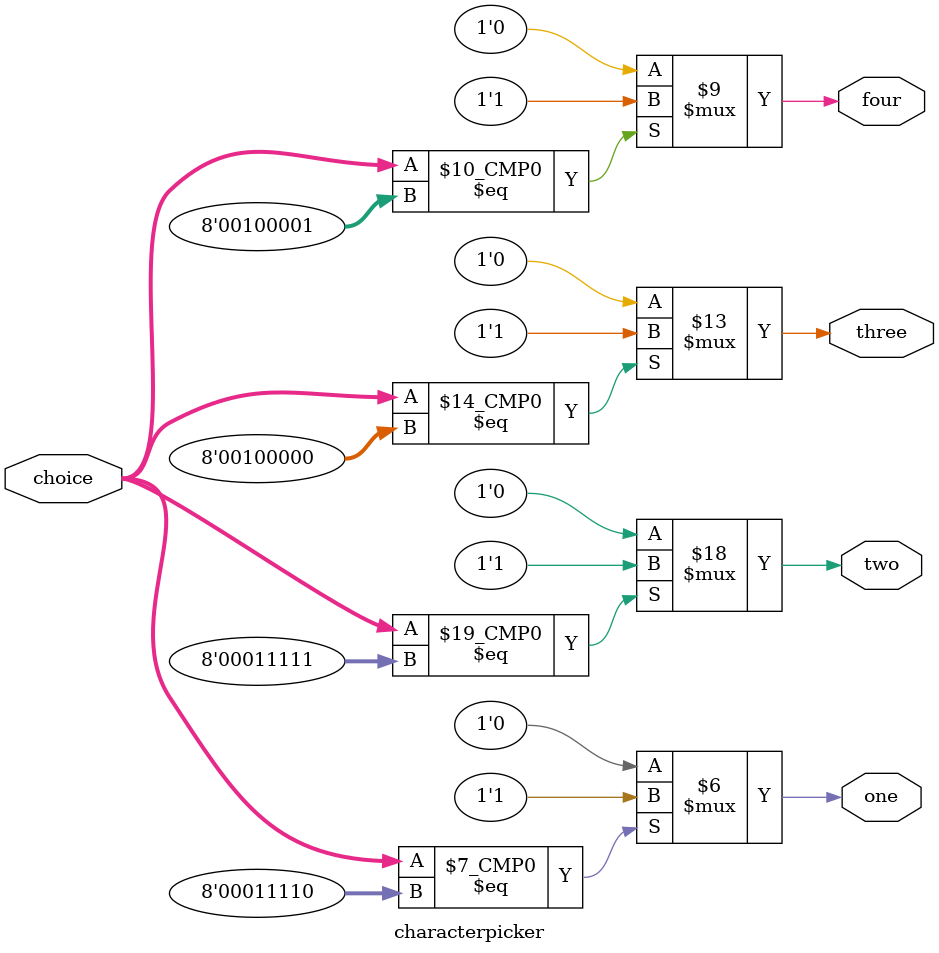
<source format=sv>
module characterpicker(input logic [7:0] choice,
                       output logic one, two, three, four);

always_comb 
begin
one = 0;
two = 0;
three = 0;
four = 0;
    case(choice)
        8'h1E: one = 1;
        8'h1F: two = 1;
        8'h20: three = 1;
        8'h21: four = 1;
        default: ;
    endcase
end

endmodule
</source>
